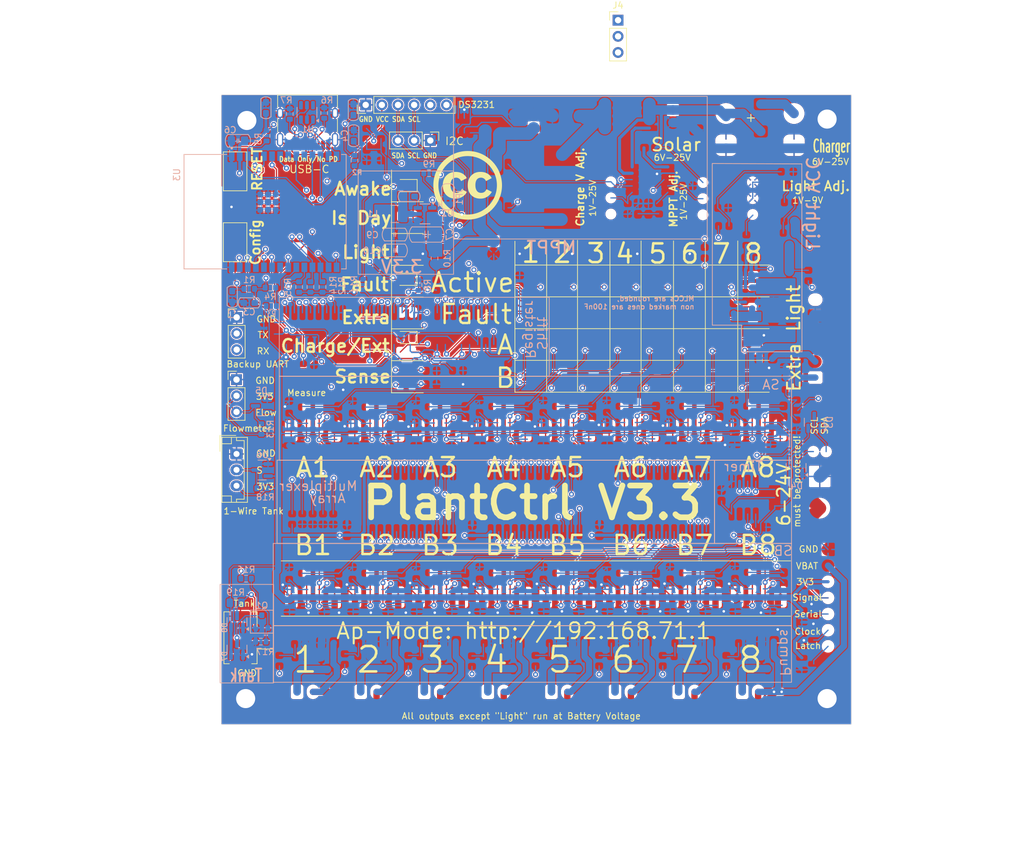
<source format=kicad_pcb>
(kicad_pcb
	(version 20241229)
	(generator "pcbnew")
	(generator_version "9.0")
	(general
		(thickness 1.6)
		(legacy_teardrops no)
	)
	(paper "A4")
	(layers
		(0 "F.Cu" signal)
		(4 "In1.Cu" signal)
		(6 "In2.Cu" signal)
		(2 "B.Cu" signal)
		(9 "F.Adhes" user "F.Adhesive")
		(11 "B.Adhes" user "B.Adhesive")
		(13 "F.Paste" user)
		(15 "B.Paste" user)
		(5 "F.SilkS" user "F.Silkscreen")
		(7 "B.SilkS" user "B.Silkscreen")
		(1 "F.Mask" user)
		(3 "B.Mask" user)
		(17 "Dwgs.User" user "User.Drawings")
		(19 "Cmts.User" user "User.Comments")
		(21 "Eco1.User" user "User.Eco1")
		(23 "Eco2.User" user "User.Eco2")
		(25 "Edge.Cuts" user)
		(27 "Margin" user)
		(31 "F.CrtYd" user "F.Courtyard")
		(29 "B.CrtYd" user "B.Courtyard")
		(35 "F.Fab" user)
		(33 "B.Fab" user)
	)
	(setup
		(stackup
			(layer "F.SilkS"
				(type "Top Silk Screen")
			)
			(layer "F.Paste"
				(type "Top Solder Paste")
			)
			(layer "F.Mask"
				(type "Top Solder Mask")
				(thickness 0.01)
			)
			(layer "F.Cu"
				(type "copper")
				(thickness 0.035)
			)
			(layer "dielectric 1"
				(type "prepreg")
				(thickness 0.1)
				(material "FR4")
				(epsilon_r 4.5)
				(loss_tangent 0.02)
			)
			(layer "In1.Cu"
				(type "copper")
				(thickness 0.035)
			)
			(layer "dielectric 2"
				(type "core")
				(thickness 1.24)
				(material "FR4")
				(epsilon_r 4.5)
				(loss_tangent 0.02)
			)
			(layer "In2.Cu"
				(type "copper")
				(thickness 0.035)
			)
			(layer "dielectric 3"
				(type "prepreg")
				(thickness 0.1)
				(material "FR4")
				(epsilon_r 4.5)
				(loss_tangent 0.02)
			)
			(layer "B.Cu"
				(type "copper")
				(thickness 0.035)
			)
			(layer "B.Mask"
				(type "Bottom Solder Mask")
				(thickness 0.01)
			)
			(layer "B.Paste"
				(type "Bottom Solder Paste")
			)
			(layer "B.SilkS"
				(type "Bottom Silk Screen")
			)
			(copper_finish "HAL lead-free")
			(dielectric_constraints no)
		)
		(pad_to_mask_clearance 0.05)
		(allow_soldermask_bridges_in_footprints no)
		(tenting front back)
		(aux_axis_origin 68.58 26.67)
		(grid_origin 68.58 26.67)
		(pcbplotparams
			(layerselection 0x00000000_00000000_5555555f_ffffffff)
			(plot_on_all_layers_selection 0x00000000_00000000_00000000_00000000)
			(disableapertmacros no)
			(usegerberextensions no)
			(usegerberattributes no)
			(usegerberadvancedattributes no)
			(creategerberjobfile no)
			(dashed_line_dash_ratio 12.000000)
			(dashed_line_gap_ratio 3.000000)
			(svgprecision 4)
			(plotframeref no)
			(mode 1)
			(useauxorigin no)
			(hpglpennumber 1)
			(hpglpenspeed 20)
			(hpglpendiameter 15.000000)
			(pdf_front_fp_property_popups yes)
			(pdf_back_fp_property_popups yes)
			(pdf_metadata yes)
			(pdf_single_document no)
			(dxfpolygonmode yes)
			(dxfimperialunits yes)
			(dxfusepcbnewfont yes)
			(psnegative no)
			(psa4output no)
			(plot_black_and_white yes)
			(plotinvisibletext no)
			(sketchpadsonfab no)
			(plotpadnumbers no)
			(hidednponfab no)
			(sketchdnponfab yes)
			(crossoutdnponfab yes)
			(subtractmaskfromsilk no)
			(outputformat 1)
			(mirror no)
			(drillshape 0)
			(scaleselection 1)
			(outputdirectory "gerber/")
		)
	)
	(net 0 "")
	(net 1 "EN")
	(net 2 "VBAT")
	(net 3 "GND")
	(net 4 "3_3V")
	(net 5 "Temp")
	(net 6 "Net-(C2-Pad2)")
	(net 7 "PUMP_ENABLE")
	(net 8 "TANK_SENSOR")
	(net 9 "Clock")
	(net 10 "Latch")
	(net 11 "Net-(Q1-G)")
	(net 12 "ESP_RX")
	(net 13 "ESP_TX")
	(net 14 "Net-(Boot1-Pad2)")
	(net 15 "SDA")
	(net 16 "SCL")
	(net 17 "Net-(U2-BST)")
	(net 18 "Net-(CD1-A)")
	(net 19 "Net-(D1-K)")
	(net 20 "Net-(J7-Pin_1)")
	(net 21 "SerialIn")
	(net 22 "Net-(D2-K)")
	(net 23 "CD_Probe")
	(net 24 "IsDay")
	(net 25 "LED_ENABLE")
	(net 26 "Net-(J3-CC2)")
	(net 27 "WORKING")
	(net 28 "/3_3IN")
	(net 29 "/3_3V_cool")
	(net 30 "unconnected-(J3-SBU1-PadA8)")
	(net 31 "ENABLE_TANK")
	(net 32 "unconnected-(J3-SBU2-PadB8)")
	(net 33 "Net-(JP1-C)")
	(net 34 "Net-(J3-CC1)")
	(net 35 "USB_D-")
	(net 36 "FLOW")
	(net 37 "USB_D+")
	(net 38 "BOOT_SEL")
	(net 39 "WARN_LED")
	(net 40 "OE")
	(net 41 "unconnected-(J4-Pin_3-Pad3)")
	(net 42 "SQW")
	(net 43 "32K")
	(net 44 "USB_BUS")
	(net 45 "Net-(R3-Pad1)")
	(net 46 "unconnected-(U1-I{slash}O2-Pad4)")
	(net 47 "unconnected-(U1-I{slash}O1-Pad6)")
	(net 48 "CHARGING")
	(net 49 "SOL_CHARGE")
	(net 50 "unconnected-(U3-IO8-Pad10)")
	(net 51 "unconnected-(U3-IO0-Pad8)")
	(net 52 "unconnected-(U3-NC-Pad22)")
	(footprint "Button_Switch_SMD:SW_SPST_CK_RS282G05A3" (layer "F.Cu") (at 172.33 52.67 90))
	(footprint "Button_Switch_SMD:SW_SPST_CK_RS282G05A3" (layer "F.Cu") (at 172.33 63.82 -90))
	(footprint "Connector_PinHeader_2.54mm:PinHeader_1x03_P2.54mm_Vertical" (layer "F.Cu") (at 172.555 85.445))
	(footprint "Connector_JST:JST_EH_B3B-EH-A_1x03_P2.50mm_Vertical" (layer "F.Cu") (at 172.555 97.145 -90))
	(footprint "LED_SMD:LED_0805_2012Metric" (layer "F.Cu") (at 199.23 69.6575 180))
	(footprint "Connector_PinHeader_2.54mm:PinHeader_1x06_P2.54mm_Vertical" (layer "F.Cu") (at 192.87 42.22 90))
	(footprint "Symbol:Symbol_CreativeCommons_SilkScreenTop_Type2_Big" (layer "F.Cu") (at 208.905 54.87))
	(footprint "Connector_PinHeader_2.54mm:PinHeader_1x03_P2.54mm_Vertical" (layer "F.Cu") (at 232.555 28.89))
	(footprint "LED_SMD:LED_0805_2012Metric" (layer "F.Cu") (at 199.28 78.82 180))
	(footprint "Connector_JST:JST_PH_B2B-PH-SM4-TB_1x02-1MP_P2.00mm_Vertical" (layer "F.Cu") (at 174.93 126.07 90))
	(footprint "Connector_PinHeader_2.54mm:PinHeader_1x03_P2.54mm_Vertical" (layer "F.Cu") (at 172.58 75.645))
	(footprint "LED_SMD:LED_0805_2012Metric" (layer "F.Cu") (at 199.28 54.92 180))
	(footprint "Connector_USB:USB_C_Receptacle_HRO_TYPE-C-31-M-12" (layer "F.Cu") (at 183.725 44.545 180))
	(footprint "Connector_PinHeader_2.54mm:PinHeader_1x03_P2.54mm_Vertical" (layer "F.Cu") (at 203.03 47.82 -90))
	(footprint "PCM_Capacitor_SMD_Handsoldering_AKL:C_0603_1608Metric_Pad1.08x0.95mm" (layer "B.Cu") (at 177.18 42.67 -90))
	(footprint "Resistor_SMD:R_0603_1608Metric" (layer "B.Cu") (at 184.18 70.87 90))
	(footprint "PCM_Capacitor_SMD_Handsoldering_AKL:C_0603_1608Metric_Pad1.08x0.95mm" (layer "B.Cu") (at 190.98 47.07 -90))
	(footprint "Resistor_SMD:R_0603_1608Metric" (layer "B.Cu") (at 191.105 50.97 90))
	(footprint "PCM_Capacitor_SMD_Handsoldering_AKL:C_0805_2012Metric_Pad1.18x1.45mm" (layer "B.Cu") (at 197.4425 65.12))
	(footprint "Resistor_SMD:R_0603_1608Metric" (layer "B.Cu") (at 176.38 126.67 180))
	(footprint "Package_TO_SOT_SMD:SOT-23" (layer "B.Cu") (at 176.455 89.5825 180))
	(footprint "Resistor_SMD:R_0603_1608Metric" (layer "B.Cu") (at 203.6925 66.37 90))
	(footprint "Package_TO_SOT_SMD:SOT-23" (layer "B.Cu") (at 172.63 123.5325 90))
	(footprint "PCM_Capacitor_SMD_Handsoldering_AKL:C_1206_3216Metric_Pad1.33x1.80mm" (layer "B.Cu") (at 202.4425 62.62 180))
	(footprint "Inductor_SMD:L_1210_3225Metric" (layer "B.Cu") (at 197.4425 59.37 180))
	(footprint "Resistor_SMD:R_0603_1608Metric" (layer "B.Cu") (at 192.48 70.495 -90))
	(footprint "Resistor_SMD:R_0603_1608Metric" (layer "B.Cu") (at 180.93 43.64 90))
	(footprint "Package_TO_SOT_SMD:SOT-23-6" (layer "B.Cu") (at 183.6325 43.4 90))
	(footprint "Package_TO_SOT_SMD:SOT-23" (layer "B.Cu") (at 176.58 99.67 180))
	(footprint "Resistor_SMD:R_0603_1608Metric" (layer "B.Cu") (at 178.02 73.87 180))
	(footprint "Resistor_SMD:R_0603_1608Metric" (layer "B.Cu") (at 174.055 116.77 180))
	(footprint "PCM_Capacitor_SMD_Handsoldering_AKL:C_0603_1608Metric_Pad1.08x0.95mm" (layer "B.Cu") (at 171.88 72.37 90))
	(footprint "Package_TO_SOT_SMD:SOT-23" (layer "B.Cu") (at 260.555 99.2825 90))
	(footprint "Resistor_SMD:R_0603_1608Metric" (layer "B.Cu") (at 182.4 70.87 -90))
	(footprint "Resistor_SMD:R_0603_1608Metric" (layer "B.Cu") (at 176.58 102.545 180))
	(footprint "PCM_Capacitor_SMD_Handsoldering_AKL:C_0805_2012Metric_Pad1.18x1.45mm"
		(layer "B.Cu")
		(uuid "60e89c62-2a45-419e-8db4-bcb46cf357fd")
		(at 172.78 47.87 180)
		(descr "Capacitor SMD 0805 (2012 Metric), square (rectangular) end terminal, IPC_7351 nominal with elongated pad for handsoldering. (Body size source: IPC-SM-782 page 76, https://www.pcb-3d.com/wordpress/wp-content/uploads/ipc-sm-782a_amendment_1_and_2.pdf, https://docs.google.com/spreadsheets/d/1BsfQQcO9C6DZCsRaXUlFlo91Tg2WpOkGARC1WS5S8t0/edit?usp=sharing), Alternate KiCad Library")
		(tags "capacitor handsolder")
		(property "Reference" "C6"
			(at 1.22 1.71 180)
			(layer "B.SilkS")
			(uuid "800dbca2-ef18-405e-ac80-3bb2cf31e8ad")
			(effects
				(font
					(size 1 1)
					(thickness 0.15)
				)
				(justify mirror)
			)
		)
		(property "Value" "22uF"
			(at 0 -1.68 180)
			(layer "B.Fab")
			(hide yes)
			(uuid "e6988a0c-d048-4856-bb00-5ad8f961878d")
			(effects
				(font
					(size 1 1)
					(thickness 0.15)
				)
				(justify mirror)
			)
		)
		(property "Datasheet" ""
			(at 0 0 0)
			(unlocked yes)
			(layer "B.Fab")
			(hide yes)
			(uuid "6e581de4-b307-4706-84ca-dc7e36542766")
			(effects
				(font
					(size 1.27 1.27)
					(thickness 0.15)
				)
				(justify mirror)
			)
		)
		(property "Description" ""
			(at 0 0 0)
			(unlocked yes)
			(layer "B.Fab")
			(hide yes)
			(uuid "a74b0b01-bf88-4dcf-a16b-0d73cf6b0c37")
			(effects
				(font
					(size 1.27 1.27)
					(thickness 0.15)
				)
				(justify mirror)
			)
		)
		(property "LCSC_PART_NUMBER" "C45783"
			(at 0 0 0)
			(layer "B.Fab")
			(hide yes)
			(uuid "c1628489-2f63-4864-88be-7752023697d2")
			(effects
				(font
					(size 1 1)
					(thickness 0.15)
				)
				(justify mirror)
			)
		)
		(property ki_fp_filters "C_*")
		(path "/00000000-0000-0000-0000-0000603b01ec")
		(sheetname "/")
		(sheetfile "PlantCtrlESP32.kicad_sch")
		(attr smd)
		(fp_line
			(start 1.6 -1)
			(end -1.6 -1)
			(stroke
				(width 0.12)
				(type solid)
			)
			(layer "B.SilkS")
			(uuid "de410120-7389-4db4-a520-d053609f5442")
		)
		(fp_line
			(start 0.1905 0)
			(end 0.127 0)
			(stroke
				(width 0.12)
				(type solid)
			)
			(layer "B.SilkS")
			(uuid "50cb77a9-78e6-4ad8-b85b-fcae66120aa2")
		)
		(fp_line
			(start 0.127 0.3175)
			(end 0.127 -0.3175)
			(stroke
				(width 0.12)
				(type solid)
			)
			(layer "B.SilkS")
			(uuid "093eaec8-5141-4940-af24-fd8532de1b6b")
		)
		(fp_line
			(start -0.127 -0.3175)
			(end -0.127 0.3175)
			(stroke
				(width 0.12)
				(type solid)
			)
			(layer "B.SilkS")
			(uuid "a2c802ca-9df1-4ec9-ab69-14ecfea44e69")
		)
		(fp_line
			(start -0.1905 0)
			(end -0.127 0)
			(stroke
				(width 0.12)
				(type solid)
			)
			(layer "B.SilkS")
			(uuid "de861dbc-ee13-4e28-981a-0ea161a75c05")
		)
		(fp_line
			(start -1.6 1)
			(end 1.6 1)
			(stroke
				(width 0.12)
				(type solid)
			)
			(layer "B.SilkS")
			(uuid "fc683fe1-cfc9-4718-8c2c-5ba80dd5ce84")
		)
		(fp_arc
			(start 1.6 -1)
			(mid 1.980894 0)
			(end 1.6 1)
			(stroke
				(width 0.12)
				(type solid)
			)
			(layer "B.SilkS")
			(uuid "ed0e3b7e-f580-4de8-b378-ffb86e4f17ea")
		)
		(fp_arc
			(start -1.6 1)
			(mid -1.980894 0)
			(end -1.6 -1)
			(stroke
				(width 0.12)
				(type solid)
			)
			(layer "B.SilkS")
			(uuid "abc79964-1ac5-46fd-aeb7-2c024dc3359a")
		)
		(fp_line
			(start 1.88 0.98)
			(end -1.88 0.98)
			(stroke
				(width 0.05)
				(type solid)
			)
			(layer "B.CrtYd")
			(uuid "b78207a1-06ba-4a58-98cd-531b71e4869b")
		)
		(fp_line
			(start 1.88 -0.98)
			(end 1.88 0.98)
			(stroke
				(width 0.05)
				(type solid)
			)
			(layer "B.CrtYd")
			(uuid "f95ec072-38e7-4ca3-8e8f-5f52faa5ec9e")
		)
		(fp_line
			(start -1.88 0.98)
			(end -1.88 -0.98)
			(stroke
				(width 0.05)
				(type solid)
			)
			(layer "B.CrtYd")
			(uuid "05d3669d-1a56-4fef-ba9d-2b0c1f80d768")
		)
		(fp_line
			(start -1.88 -0.98)
			(end 1.88 -0.98)
			(stroke
				(width 0.05)
				(type solid)
			)
			(layer "B.CrtYd")
			(uuid "f2f1dd24-f9a0-410f-abe5-3c859763d338")
		)
		(fp_line
			(start 1 0.625)
			(end -1 0.625)
			(stroke
				(width 0.1)
				(type solid)
			)
			(layer "B.Fab")
			(uuid "0cf46e5e-5fe6-43b7-904c-72f856317e47")
		)
		(fp_line
			(start 1 -0.625)
			(end 1 0.625)
			(stroke
				(width 0.1)
				(type solid)
			)
			(layer "B.Fab")
			(uuid "75524179-c00d-427a-98de-346c35831a81")
		)
		(fp_line
			(start -1 0.625)
			(end -1 -0.625)
			(stroke
				(width 0.1)
				(type solid)
			)
			(layer "B.Fab")
			(uuid "a356180e-a84d-4d3f-9c9f-2b77d3737c40")
		)
		(fp_line
			(start -1 -0.625)
			(end 1 -0.625)
			(stroke
				(width 0.1)
				(type solid)
			)
			(layer "B.Fab")
			(uuid "441e4486-7822-496c-8a6b-a728a9c42b04")
		)
		(fp_text user "${REFERENCE}"
			(at 0 0 180)
			(layer "B.Fab")
			(uuid "b606b61a-5652-4434-9df0-4e010b0c87cd")
			(effects
				(font
					(size 0.5 0.5)
					(thickness 0.08)
				)
				(justify mirror)
			)
		)
		(pad "1" smd roundrect
			(at -1.0375 0 180)
			(size 1.175 1.45)
			(layers "B.Cu" "B.Mask" "B.Paste")
			(roundrect_rratio 0.212766)
			(net 4 "3_3V")
			(pintype "passive")
			(uuid "1d7678d5-4fa4-4d85-8e6f-936be4701569")
		)
		(pad "2" smd roundrect
			(at 1.0375 0 180)
			(size 1
... [3235753 chars truncated]
</source>
